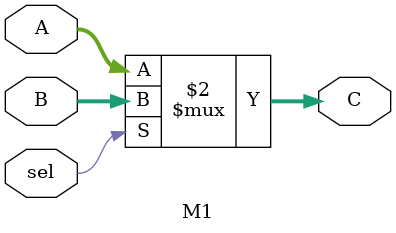
<source format=v>
`timescale 1ns / 1ps
module M1(A,B,sel,C);
	input [31:0] A;
	input [31:0] B;
	input sel;
	output [31:0] C;
	assign C = (sel==0)?A:B;


endmodule

</source>
